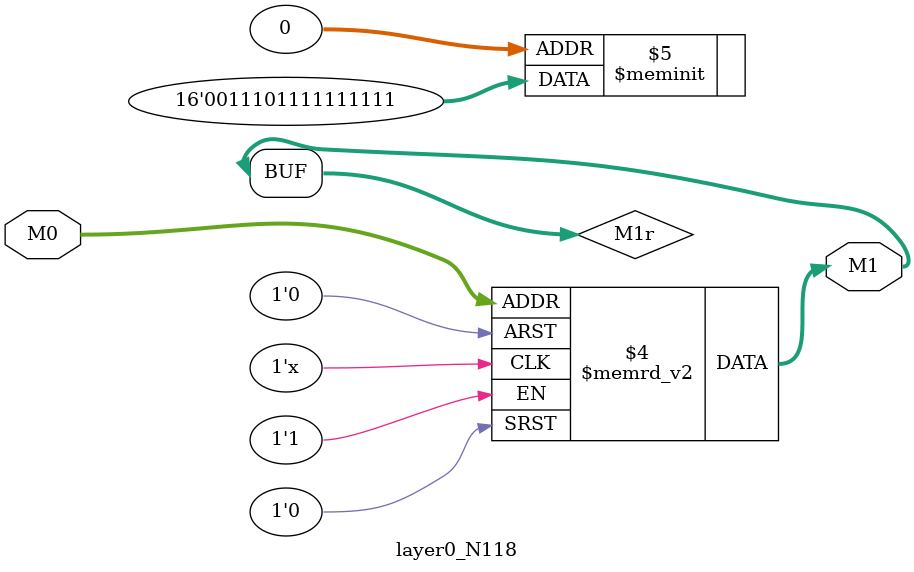
<source format=v>
module layer0_N118 ( input [2:0] M0, output [1:0] M1 );

	(*rom_style = "distributed" *) reg [1:0] M1r;
	assign M1 = M1r;
	always @ (M0) begin
		case (M0)
			3'b000: M1r = 2'b11;
			3'b100: M1r = 2'b11;
			3'b010: M1r = 2'b11;
			3'b110: M1r = 2'b11;
			3'b001: M1r = 2'b11;
			3'b101: M1r = 2'b10;
			3'b011: M1r = 2'b11;
			3'b111: M1r = 2'b00;

		endcase
	end
endmodule

</source>
